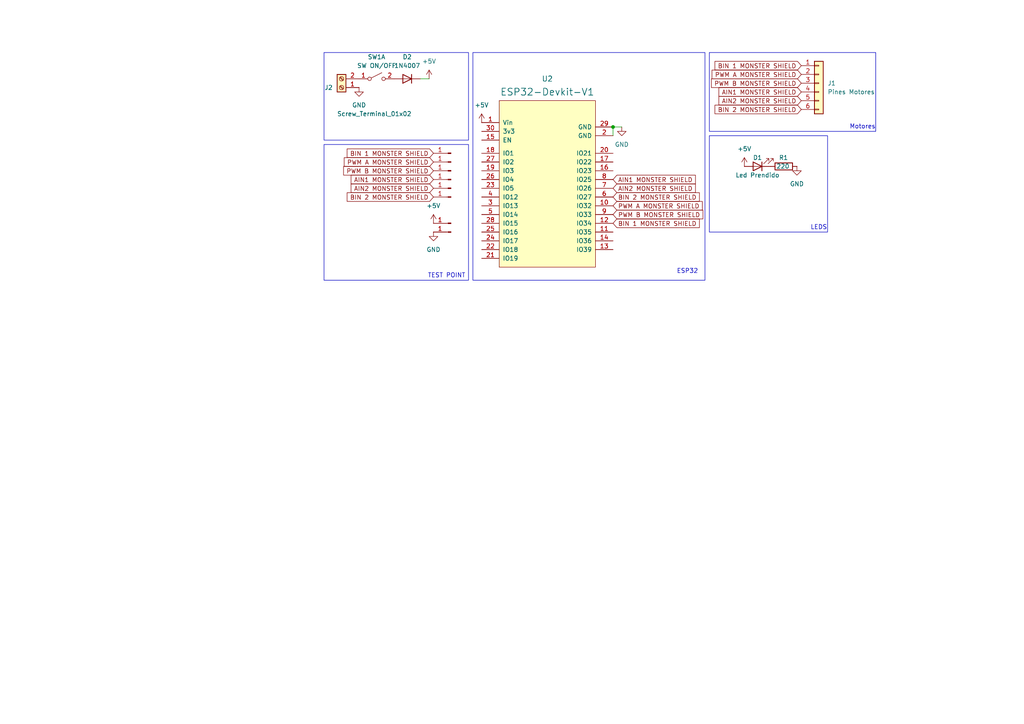
<source format=kicad_sch>
(kicad_sch (version 20231120) (generator "eeschema") (generator_version "8.0")
  (paper "A4")
  (lib_symbols
    (symbol "Connector:Conn_01x01_Pin" (pin_names (offset 1.016) hide)
      (property "Reference" "J" (at 0 2.54 0))
      (property "Value" "Conn_01x01_Pin" (at 0 -2.54 0))
      (symbol "Conn_01x01_Pin_1_1"
        (polyline (pts (xy 1.27 0) (xy 0.8636 0)) (stroke (width 0.1524)))
        (rectangle (start 0.8636 0.127) (end 0 -0.127) (stroke (width 0.1524)) (fill (type outline)))
        (pin passive line (at 5.08 0 180) (length 3.81) (name "Pin_1") (number "1"))
      )
    )
    (symbol "Connector:Screw_Terminal_01x02" (pin_names (offset 1.016) hide)
      (property "Reference" "J" (at 0 2.54 0))
      (property "Value" "Screw_Terminal_01x02" (at 0 -5.08 0))
      (symbol "Screw_Terminal_01x02_1_1"
        (rectangle (start -1.27 1.27) (end 1.27 -3.81) (stroke (width 0.254)) (fill (type background)))
        (circle (center 0 -2.54) (radius 0.635) (stroke (width 0.1524)))
        (polyline (pts (xy -0.5334 -2.2098) (xy 0.3302 -3.048)) (stroke (width 0.1524)))
        (polyline (pts (xy -0.5334 0.3302) (xy 0.3302 -0.508)) (stroke (width 0.1524)))
        (polyline (pts (xy -0.3556 -2.032) (xy 0.508 -2.8702)) (stroke (width 0.1524)))
        (polyline (pts (xy -0.3556 0.508) (xy 0.508 -0.3302)) (stroke (width 0.1524)))
        (circle (center 0 0) (radius 0.635) (stroke (width 0.1524)))
        (pin passive line (at -5.08 0 0) (length 3.81) (name "Pin_1") (number "1"))
        (pin passive line (at -5.08 -2.54 0) (length 3.81) (name "Pin_2") (number "2"))
      )
    )
    (symbol "Connector_Generic:Conn_01x06" (pin_names (offset 1.016) hide)
      (property "Reference" "J" (at 0 7.62 0))
      (property "Value" "Conn_01x06" (at 0 -10.16 0))
      (symbol "Conn_01x06_1_1"
        (rectangle (start -1.27 -7.493) (end 0 -7.747) (stroke (width 0.1524)))
        (rectangle (start -1.27 -4.953) (end 0 -5.207) (stroke (width 0.1524)))
        (rectangle (start -1.27 -2.413) (end 0 -2.667) (stroke (width 0.1524)))
        (rectangle (start -1.27 0.127) (end 0 -0.127) (stroke (width 0.1524)))
        (rectangle (start -1.27 2.667) (end 0 2.413) (stroke (width 0.1524)))
        (rectangle (start -1.27 5.207) (end 0 4.953) (stroke (width 0.1524)))
        (rectangle (start -1.27 6.35) (end 1.27 -8.89) (stroke (width 0.254)) (fill (type background)))
        (pin passive line (at -5.08 5.08 0) (length 3.81) (name "Pin_1") (number "1"))
        (pin passive line (at -5.08 2.54 0) (length 3.81) (name "Pin_2") (number "2"))
        (pin passive line (at -5.08 0 0) (length 3.81) (name "Pin_3") (number "3"))
        (pin passive line (at -5.08 -2.54 0) (length 3.81) (name "Pin_4") (number "4"))
        (pin passive line (at -5.08 -5.08 0) (length 3.81) (name "Pin_5") (number "5"))
        (pin passive line (at -5.08 -7.62 0) (length 3.81) (name "Pin_6") (number "6"))
      )
    )
    (symbol "Device:LED" (pin_numbers hide) (pin_names (offset 1.016) hide)
      (property "Reference" "D" (at 0 2.54 0))
      (property "Value" "LED" (at 0 -2.54 0))
      (symbol "LED_0_1"
        (polyline (pts (xy -1.27 -1.27) (xy -1.27 1.27)) (stroke (width 0.254)))
        (polyline (pts (xy -1.27 0) (xy 1.27 0)))
        (polyline (pts (xy 1.27 -1.27) (xy 1.27 1.27) (xy -1.27 0) (xy 1.27 -1.27)) (stroke (width 0.254)))
        (polyline (pts (xy -3.048 -0.762) (xy -4.572 -2.286) (xy -3.81 -2.286) (xy -4.572 -2.286) (xy -4.572 -1.524)))
        (polyline (pts (xy -1.778 -0.762) (xy -3.302 -2.286) (xy -2.54 -2.286) (xy -3.302 -2.286) (xy -3.302 -1.524)))
      )
      (symbol "LED_1_1"
        (pin passive line (at -3.81 0 0) (length 2.54) (name "K") (number "1"))
        (pin passive line (at 3.81 0 180) (length 2.54) (name "A") (number "2"))
      )
    )
    (symbol "Device:R" (pin_numbers hide) (pin_names (offset 0))
      (property "Reference" "R" (at 2.032 0 90))
      (property "Value" "R" (at 0 0 90))
      (symbol "R_0_1"
        (rectangle (start -1.016 -2.54) (end 1.016 2.54) (stroke (width 0.254)))
      )
      (symbol "R_1_1"
        (pin passive line (at 0 3.81 270) (length 1.27) (name "~") (number "1"))
        (pin passive line (at 0 -3.81 90) (length 1.27) (name "~") (number "2"))
      )
    )
    (symbol "Diode:1N4007" (pin_numbers hide) (pin_names hide)
      (property "Reference" "D" (at 0 2.54 0))
      (property "Value" "1N4007" (at 0 -2.54 0))
      (symbol "1N4007_0_1"
        (polyline (pts (xy -1.27 1.27) (xy -1.27 -1.27)) (stroke (width 0.254)))
        (polyline (pts (xy 1.27 0) (xy -1.27 0)))
        (polyline (pts (xy 1.27 1.27) (xy 1.27 -1.27) (xy -1.27 0) (xy 1.27 1.27)) (stroke (width 0.254)))
      )
      (symbol "1N4007_1_1"
        (pin passive line (at -3.81 0 0) (length 2.54) (name "K") (number "1"))
        (pin passive line (at 3.81 0 180) (length 2.54) (name "A") (number "2"))
      )
    )
    (symbol "Switch:SW_DPST_x2" (pin_names (offset 0) hide)
      (property "Reference" "SW" (at 0 3.175 0))
      (property "Value" "SW_DPST_x2" (at 0 -2.54 0))
      (symbol "SW_DPST_x2_0_0"
        (circle (center -2.032 0) (radius 0.508))
        (polyline (pts (xy -1.524 0.254) (xy 1.524 1.778)))
        (circle (center 2.032 0) (radius 0.508))
      )
      (symbol "SW_DPST_x2_1_1"
        (pin passive line (at -5.08 0 0) (length 2.54) (name "A") (number "1"))
        (pin passive line (at 5.08 0 180) (length 2.54) (name "B") (number "2"))
      )
      (symbol "SW_DPST_x2_2_1"
        (pin passive line (at -5.08 0 0) (length 2.54) (name "A") (number "3"))
        (pin passive line (at 5.08 0 180) (length 2.54) (name "B") (number "4"))
      )
    )
    (symbol "esp32-devkit-v1:ESP32-Devkit-V1" (pin_names (offset 1.016))
      (property "Reference" "U" (at 13.97 -21.59 0))
      (property "Value" "ESP32-Devkit-V1" (at 13.97 -2.54 0))
      (symbol "ESP32-Devkit-V1_0_1"
        (rectangle (start 0 0) (end 27.94 -48.26) (fill (type background)))
      )
      (symbol "ESP32-Devkit-V1_1_1"
        (pin power_in line (at -5.08 -6.35 0) (length 5.08) (name "Vin") (number "1"))
        (pin bidirectional line (at 33.02 -30.48 180) (length 5.08) (name "IO32") (number "10"))
        (pin bidirectional line (at 33.02 -38.1 180) (length 5.08) (name "IO35") (number "11"))
        (pin bidirectional line (at 33.02 -35.56 180) (length 5.08) (name "IO34") (number "12"))
        (pin bidirectional line (at 33.02 -43.18 180) (length 5.08) (name "IO39") (number "13"))
        (pin bidirectional line (at 33.02 -40.64 180) (length 5.08) (name "IO36") (number "14"))
        (pin input line (at -5.08 -11.43 0) (length 5.08) (name "EN") (number "15"))
        (pin bidirectional line (at 33.02 -20.32 180) (length 5.08) (name "IO23") (number "16"))
        (pin bidirectional line (at 33.02 -17.78 180) (length 5.08) (name "IO22") (number "17"))
        (pin bidirectional line (at -5.08 -15.24 0) (length 5.08) (name "IO1") (number "18"))
        (pin bidirectional line (at -5.08 -20.32 0) (length 5.08) (name "IO3") (number "19"))
        (pin power_out line (at 33.02 -10.16 180) (length 5.08) (name "GND") (number "2"))
        (pin bidirectional line (at 33.02 -15.24 180) (length 5.08) (name "IO21") (number "20"))
        (pin bidirectional line (at -5.08 -45.72 0) (length 5.08) (name "IO19") (number "21"))
        (pin bidirectional line (at -5.08 -43.18 0) (length 5.08) (name "IO18") (number "22"))
        (pin bidirectional line (at -5.08 -25.4 0) (length 5.08) (name "IO5") (number "23"))
        (pin bidirectional line (at -5.08 -40.64 0) (length 5.08) (name "IO17") (number "24"))
        (pin bidirectional line (at -5.08 -38.1 0) (length 5.08) (name "IO16") (number "25"))
        (pin bidirectional line (at -5.08 -22.86 0) (length 5.08) (name "IO4") (number "26"))
        (pin bidirectional line (at -5.08 -17.78 0) (length 5.08) (name "IO2") (number "27"))
        (pin bidirectional line (at -5.08 -35.56 0) (length 5.08) (name "IO15") (number "28"))
        (pin power_out line (at 33.02 -7.62 180) (length 5.08) (name "GND") (number "29"))
        (pin bidirectional line (at -5.08 -30.48 0) (length 5.08) (name "IO13") (number "3"))
        (pin power_out line (at -5.08 -8.89 0) (length 5.08) (name "3v3") (number "30"))
        (pin bidirectional line (at -5.08 -27.94 0) (length 5.08) (name "IO12") (number "4"))
        (pin bidirectional line (at -5.08 -33.02 0) (length 5.08) (name "IO14") (number "5"))
        (pin bidirectional line (at 33.02 -27.94 180) (length 5.08) (name "IO27") (number "6"))
        (pin bidirectional line (at 33.02 -25.4 180) (length 5.08) (name "IO26") (number "7"))
        (pin bidirectional line (at 33.02 -22.86 180) (length 5.08) (name "IO25") (number "8"))
        (pin bidirectional line (at 33.02 -33.02 180) (length 5.08) (name "IO33") (number "9"))
      )
    )
    (symbol "power:+5V" (power) (pin_numbers hide) (pin_names (offset 0) hide)
      (property "Value" "+5V" (at 0 3.556 0))
      (symbol "+5V_0_1"
        (polyline (pts (xy -0.762 1.27) (xy 0 2.54)))
        (polyline (pts (xy 0 0) (xy 0 2.54)))
        (polyline (pts (xy 0 2.54) (xy 0.762 1.27)))
      )
      (symbol "+5V_1_1"
        (pin power_in line (at 0 0 90) (length 0) (name "~") (number "1"))
      )
    )
    (symbol "power:GND" (power) (pin_numbers hide) (pin_names (offset 0) hide)
      (property "Value" "GND" (at 0 -3.81 0))
      (symbol "GND_0_1"
        (polyline (pts (xy 0 0) (xy 0 -1.27) (xy 1.27 -1.27) (xy 0 -2.54) (xy -1.27 -1.27) (xy 0 -1.27)))
      )
      (symbol "GND_1_1"
        (pin power_in line (at 0 0 270) (length 0) (name "~") (number "1"))
      )
    )
  )
  (junction (at 177.8 36.83))
  (wire (pts (xy 180.34 36.83) (xy 177.8 36.83)))
  (wire (pts (xy 177.8 36.83) (xy 177.8 39.37)))
  (wire (pts (xy 121.92 22.86) (xy 124.46 22.86)))
  (rectangle (start 137.16 15.24) (end 204.47 81.28))
  (rectangle (start 205.74 39.37) (end 240.03 67.31))
  (rectangle (start 93.98 15.24) (end 135.89 40.64))
  (rectangle (start 205.74 15.24) (end 254 38.1))
  (rectangle (start 93.98 41.91) (end 135.89 81.28))
  (text "LEDS" (at 237.49 66.04 0) (effects (font (size 1.27 1.27))))
  (text "TEST POINT" (at 129.54 80.01 0) (effects (font (size 1.27 1.27))))
  (text "ESP32" (at 199.39 78.74 0) (effects (font (size 1.27 1.27))))
  (text "Motores" (at 250.19 36.83 0) (effects (font (size 1.27 1.27))))
  (global_label "BIN 1 MONSTER SHIELD" (shape input) (at 232.41 19.05 180) (property "Intersheetrefs" "${INTERSHEET_REFS}" (effects (hide yes))))
  (global_label "PWM A MONSTER SHIELD" (shape input) (at 125.73 46.99 180) (property "Intersheetrefs" "${INTERSHEET_REFS}" (effects (hide yes))))
  (global_label "PWM B MONSTER SHIELD" (shape input) (at 232.41 24.13 180) (property "Intersheetrefs" "${INTERSHEET_REFS}" (effects (hide yes))))
  (global_label "BIN 2 MONSTER SHIELD" (shape input) (at 232.41 31.75 180) (property "Intersheetrefs" "${INTERSHEET_REFS}" (effects (hide yes))))
  (global_label "AIN1 MONSTER SHIELD" (shape input) (at 177.8 52.07 0) (property "Intersheetrefs" "${INTERSHEET_REFS}" (effects (hide yes))))
  (global_label "BIN 2 MONSTER SHIELD" (shape input) (at 177.8 57.15 0) (property "Intersheetrefs" "${INTERSHEET_REFS}" (effects (hide yes))))
  (global_label "PWM A MONSTER SHIELD" (shape input) (at 177.8 59.69 0) (property "Intersheetrefs" "${INTERSHEET_REFS}" (effects (hide yes))))
  (global_label "BIN 1 MONSTER SHIELD" (shape input) (at 125.73 44.45 180) (property "Intersheetrefs" "${INTERSHEET_REFS}" (effects (hide yes))))
  (global_label "BIN 1 MONSTER SHIELD" (shape input) (at 177.8 64.77 0) (property "Intersheetrefs" "${INTERSHEET_REFS}" (effects (hide yes))))
  (global_label "BIN 2 MONSTER SHIELD" (shape input) (at 125.73 57.15 180) (property "Intersheetrefs" "${INTERSHEET_REFS}" (effects (hide yes))))
  (global_label "PWM B MONSTER SHIELD" (shape input) (at 125.73 49.53 180) (property "Intersheetrefs" "${INTERSHEET_REFS}" (effects (hide yes))))
  (global_label "AIN2 MONSTER SHIELD" (shape input) (at 232.41 29.21 180) (property "Intersheetrefs" "${INTERSHEET_REFS}" (effects (hide yes))))
  (global_label "AIN1 MONSTER SHIELD" (shape input) (at 125.73 52.07 180) (property "Intersheetrefs" "${INTERSHEET_REFS}" (effects (hide yes))))
  (global_label "PWM A MONSTER SHIELD" (shape input) (at 232.41 21.59 180) (property "Intersheetrefs" "${INTERSHEET_REFS}" (effects (hide yes))))
  (global_label "AIN1 MONSTER SHIELD" (shape input) (at 232.41 26.67 180) (property "Intersheetrefs" "${INTERSHEET_REFS}" (effects (hide yes))))
  (global_label "PWM B MONSTER SHIELD" (shape input) (at 177.8 62.23 0) (property "Intersheetrefs" "${INTERSHEET_REFS}" (effects (hide yes))))
  (global_label "AIN2 MONSTER SHIELD" (shape input) (at 125.73 54.61 180) (property "Intersheetrefs" "${INTERSHEET_REFS}" (effects (hide yes))))
  (global_label "AIN2 MONSTER SHIELD" (shape input) (at 177.8 54.61 0) (property "Intersheetrefs" "${INTERSHEET_REFS}" (effects (hide yes))))
  (symbol (lib_id "Device:R") (at 227.33 48.26 90) (unit 1)
    (property "Reference" "R1" (at 228.6 45.72 90) (effects (justify left)))
    (property "Value" "220" (at 228.999 48.2366 90) (effects (justify left)))
    (property "Footprint" "Resistor_THT:R_Axial_DIN0207_L6.3mm_D2.5mm_P10.16mm_Horizontal" (effects (hide yes)))
    (property "Description" "Resistor" (effects (hide yes)))
  )
  (symbol (lib_id "Connector:Conn_01x01_Pin") (at 130.81 52.07 180) (unit 1)
    (property "Reference" "J6" (effects (hide yes)))
    (property "Value" "Conn_01x01_Pin" (effects (hide yes)))
    (property "Footprint" "Connector_PinHeader_2.54mm:PinHeader_1x01_P2.54mm_Vertical" (effects (hide yes)))
    (property "Description" "Generic connector, single row, 01x01, script generated" (effects (hide yes)))
  )
  (symbol (lib_id "power:GND") (at 231.14 48.26 0) (unit 1)
    (property "Reference" "#PWR02" (effects (hide yes)))
    (property "Value" "GND" (at 231.14 53.34 0))
    (property "Description" "Power symbol creates a global label with name \"GND\" , ground" (effects (hide yes)))
  )
  (symbol (lib_id "power:GND") (at 125.73 67.31 0) (unit 1)
    (property "Reference" "#PWR08" (effects (hide yes)))
    (property "Value" "GND" (at 125.73 72.39 0))
    (property "Description" "Power symbol creates a global label with name \"GND\" , ground" (effects (hide yes)))
  )
  (symbol (lib_id "Connector_Generic:Conn_01x06") (at 237.49 24.13 0) (unit 1)
    (property "Reference" "J1" (at 240.03 24.1299 0) (effects (justify left)))
    (property "Value" "Pines Motores" (at 240.03 26.6699 0) (effects (justify left)))
    (property "Footprint" "Connector_Molex:Molex_KK-254_AE-6410-06A_1x06_P2.54mm_Vertical" (effects (hide yes)))
    (property "Description" "Generic connector, single row, 01x06, script generated (kicad-library-utils/schlib/autogen/connector/)" (effects (hide yes)))
  )
  (symbol (lib_id "power:+5V") (at 215.9 48.26 0) (unit 1)
    (property "Reference" "#PWR01" (effects (hide yes)))
    (property "Value" "+5V" (at 215.9 43.18 0))
    (property "Description" "Power symbol creates a global label with name \"+5V\"" (effects (hide yes)))
  )
  (symbol (lib_id "Connector:Conn_01x01_Pin") (at 130.81 49.53 180) (unit 1)
    (property "Reference" "J5" (effects (hide yes)))
    (property "Value" "Conn_01x01_Pin" (effects (hide yes)))
    (property "Footprint" "Connector_PinHeader_2.54mm:PinHeader_1x01_P2.54mm_Vertical" (effects (hide yes)))
    (property "Description" "Generic connector, single row, 01x01, script generated" (effects (hide yes)))
  )
  (symbol (lib_id "Connector:Conn_01x01_Pin") (at 130.81 67.31 180) (unit 1)
    (property "Reference" "J10" (effects (hide yes)))
    (property "Value" "Conn_01x01_Pin" (effects (hide yes)))
    (property "Footprint" "Connector_PinHeader_2.54mm:PinHeader_1x01_P2.54mm_Vertical" (effects (hide yes)))
    (property "Description" "Generic connector, single row, 01x01, script generated" (effects (hide yes)))
  )
  (symbol (lib_id "Connector:Screw_Terminal_01x02") (at 99.06 25.4 180) (unit 1)
    (property "Reference" "J2" (at 96.52 25.4001 0) (effects (justify left)))
    (property "Value" "Screw_Terminal_01x02" (at 119.38 33.02 0) (effects (justify left)))
    (property "Footprint" "TerminalBlock:TerminalBlock_bornier-2_P5.08mm" (effects (hide yes)))
    (property "Description" "Generic screw terminal, single row, 01x02, script generated (kicad-library-utils/schlib/autogen/connector/)" (effects (hide yes)))
  )
  (symbol (lib_id "Diode:1N4007") (at 118.11 22.86 180) (unit 1)
    (property "Reference" "D2" (at 118.11 16.51 0))
    (property "Value" "1N4007" (at 118.11 19.05 0))
    (property "Footprint" "Diode_THT:D_DO-41_SOD81_P10.16mm_Horizontal" (effects (hide yes)))
    (property "Datasheet" "http://www.vishay.com/docs/88503/1n4001.pdf" (effects (hide yes)))
    (property "Description" "1000V 1A General Purpose Rectifier Diode, DO-41" (effects (hide yes)))
    (property "Sim.Device" "D" (effects (hide yes)))
    (property "Sim.Pins" "1=K 2=A" (effects (hide yes)))
  )
  (symbol (lib_id "Switch:SW_DPST_x2") (at 109.22 22.86 0) (unit 1)
    (property "Reference" "SW1" (at 109.22 16.51 0))
    (property "Value" "SW ON/OFF" (at 109.22 19.05 0))
    (property "Footprint" "TerminalBlock:TerminalBlock_bornier-2_P5.08mm" (effects (hide yes)))
    (property "Description" "Single Pole Single Throw (SPST) switch, separate symbol" (effects (hide yes)))
  )
  (symbol (lib_id "Connector:Conn_01x01_Pin") (at 130.81 46.99 180) (unit 1)
    (property "Reference" "J4" (effects (hide yes)))
    (property "Value" "Conn_01x01_Pin" (effects (hide yes)))
    (property "Footprint" "Connector_PinHeader_2.54mm:PinHeader_1x01_P2.54mm_Vertical" (effects (hide yes)))
    (property "Description" "Generic connector, single row, 01x01, script generated" (effects (hide yes)))
  )
  (symbol (lib_id "Connector:Conn_01x01_Pin") (at 130.81 44.45 180) (unit 1)
    (property "Reference" "J3" (effects (hide yes)))
    (property "Value" "Conn_01x01_Pin" (effects (hide yes)))
    (property "Footprint" "Connector_PinHeader_2.54mm:PinHeader_1x01_P2.54mm_Vertical" (effects (hide yes)))
    (property "Description" "Generic connector, single row, 01x01, script generated" (effects (hide yes)))
  )
  (symbol (lib_id "Connector:Conn_01x01_Pin") (at 130.81 57.15 180) (unit 1)
    (property "Reference" "J8" (effects (hide yes)))
    (property "Value" "Conn_01x01_Pin" (effects (hide yes)))
    (property "Footprint" "Connector_PinHeader_2.54mm:PinHeader_1x01_P2.54mm_Vertical" (effects (hide yes)))
    (property "Description" "Generic connector, single row, 01x01, script generated" (effects (hide yes)))
  )
  (symbol (lib_id "power:+5V") (at 139.7 35.56 0) (unit 1)
    (property "Reference" "#PWR04" (effects (hide yes)))
    (property "Value" "+5V" (at 139.7 30.48 0))
    (property "Description" "Power symbol creates a global label with name \"+5V\"" (effects (hide yes)))
  )
  (symbol (lib_id "power:GND") (at 104.14 25.4 0) (unit 1)
    (property "Reference" "#PWR03" (effects (hide yes)))
    (property "Value" "GND" (at 104.14 30.48 0))
    (property "Description" "Power symbol creates a global label with name \"GND\" , ground" (effects (hide yes)))
  )
  (symbol (lib_id "power:+5V") (at 125.73 64.77 0) (unit 1)
    (property "Reference" "#PWR07" (effects (hide yes)))
    (property "Value" "+5V" (at 125.73 59.69 0))
    (property "Description" "Power symbol creates a global label with name \"+5V\"" (effects (hide yes)))
  )
  (symbol (lib_id "Connector:Conn_01x01_Pin") (at 130.81 54.61 180) (unit 1)
    (property "Reference" "J7" (effects (hide yes)))
    (property "Value" "Conn_01x01_Pin" (effects (hide yes)))
    (property "Footprint" "Connector_PinHeader_2.54mm:PinHeader_1x01_P2.54mm_Vertical" (effects (hide yes)))
    (property "Description" "Generic connector, single row, 01x01, script generated" (effects (hide yes)))
  )
  (symbol (lib_id "Connector:Conn_01x01_Pin") (at 130.81 64.77 180) (unit 1)
    (property "Reference" "J9" (effects (hide yes)))
    (property "Value" "Conn_01x01_Pin" (effects (hide yes)))
    (property "Footprint" "Connector_PinHeader_2.54mm:PinHeader_1x01_P2.54mm_Vertical" (effects (hide yes)))
    (property "Description" "Generic connector, single row, 01x01, script generated" (effects (hide yes)))
  )
  (symbol (lib_id "power:+5V") (at 124.46 22.86 0) (unit 1)
    (property "Reference" "#PWR05" (effects (hide yes)))
    (property "Value" "+5V" (at 124.46 17.78 0))
    (property "Description" "Power symbol creates a global label with name \"+5V\"" (effects (hide yes)))
  )
  (symbol (lib_id "Device:LED") (at 219.71 48.26 180) (unit 1)
    (property "Reference" "D1" (at 219.71 45.72 0))
    (property "Value" "Led Prendido" (at 219.71 50.8 0))
    (property "Footprint" "LED_THT:LED_D5.0mm" (effects (hide yes)))
    (property "Description" "Light emitting diode" (effects (hide yes)))
  )
  (symbol (lib_id "power:GND") (at 180.34 36.83 0) (unit 1)
    (property "Reference" "#PWR06" (effects (hide yes)))
    (property "Value" "GND" (at 180.34 41.91 0))
    (property "Description" "Power symbol creates a global label with name \"GND\" , ground" (effects (hide yes)))
  )
  (symbol (lib_id "esp32-devkit-v1:ESP32-Devkit-V1") (at 144.78 29.21 0) (unit 1)
    (property "Reference" "U2" (at 158.75 22.86 0) (effects (font (size 1.524 1.524))))
    (property "Value" "ESP32-Devkit-V1" (at 158.75 26.67 0) (effects (font (size 2.0066 2.0066))))
    (property "Footprint" "DOIT_ESP32:DOIT_ESP32_Devkit_mirko" (effects (hide yes)))
  )
)
</source>
